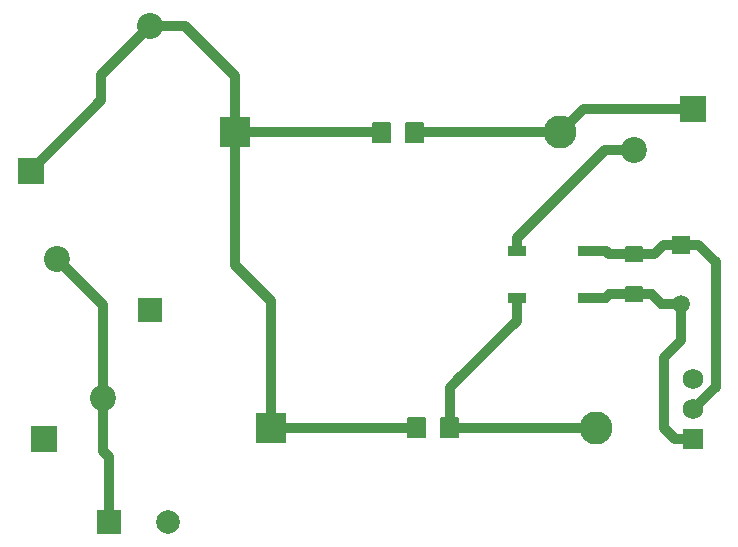
<source format=gbl>
G75*
G70*
%OFA0B0*%
%FSLAX24Y24*%
%IPPOS*%
%LPD*%
%AMOC8*
5,1,8,0,0,1.08239X$1,22.5*
%
%ADD10C,0.0063*%
%ADD11R,0.0984X0.0984*%
%ADD12C,0.1102*%
%ADD13C,0.0033*%
%ADD14C,0.0050*%
%ADD15C,0.0594*%
%ADD16R,0.0594X0.0594*%
%ADD17R,0.0689X0.0689*%
%ADD18C,0.0689*%
%ADD19R,0.0787X0.0787*%
%ADD20C,0.0866*%
%ADD21R,0.0866X0.0866*%
%ADD22C,0.0787*%
%ADD23C,0.0320*%
D10*
X036673Y026949D02*
X037241Y026949D01*
X036673Y026949D02*
X036673Y027595D01*
X037241Y027595D01*
X037241Y026949D01*
X037241Y027011D02*
X036673Y027011D01*
X036673Y027073D02*
X037241Y027073D01*
X037241Y027135D02*
X036673Y027135D01*
X036673Y027197D02*
X037241Y027197D01*
X037241Y027259D02*
X036673Y027259D01*
X036673Y027321D02*
X037241Y027321D01*
X037241Y027383D02*
X036673Y027383D01*
X036673Y027445D02*
X037241Y027445D01*
X037241Y027507D02*
X036673Y027507D01*
X036673Y027569D02*
X037241Y027569D01*
X037775Y026949D02*
X038343Y026949D01*
X037775Y026949D02*
X037775Y027595D01*
X038343Y027595D01*
X038343Y026949D01*
X038343Y027011D02*
X037775Y027011D01*
X037775Y027073D02*
X038343Y027073D01*
X038343Y027135D02*
X037775Y027135D01*
X037775Y027197D02*
X038343Y027197D01*
X038343Y027259D02*
X037775Y027259D01*
X037775Y027321D02*
X038343Y027321D01*
X038343Y027383D02*
X037775Y027383D01*
X037775Y027445D02*
X038343Y027445D01*
X038343Y027507D02*
X037775Y027507D01*
X037775Y027569D02*
X038343Y027569D01*
X037162Y036791D02*
X036594Y036791D01*
X036594Y037437D01*
X037162Y037437D01*
X037162Y036791D01*
X037162Y036853D02*
X036594Y036853D01*
X036594Y036915D02*
X037162Y036915D01*
X037162Y036977D02*
X036594Y036977D01*
X036594Y037039D02*
X037162Y037039D01*
X037162Y037101D02*
X036594Y037101D01*
X036594Y037163D02*
X037162Y037163D01*
X037162Y037225D02*
X036594Y037225D01*
X036594Y037287D02*
X037162Y037287D01*
X037162Y037349D02*
X036594Y037349D01*
X036594Y037411D02*
X037162Y037411D01*
X036060Y036791D02*
X035492Y036791D01*
X035492Y037437D01*
X036060Y037437D01*
X036060Y036791D01*
X036060Y036853D02*
X035492Y036853D01*
X035492Y036915D02*
X036060Y036915D01*
X036060Y036977D02*
X035492Y036977D01*
X035492Y037039D02*
X036060Y037039D01*
X036060Y037101D02*
X035492Y037101D01*
X035492Y037163D02*
X036060Y037163D01*
X036060Y037225D02*
X035492Y037225D01*
X035492Y037287D02*
X036060Y037287D01*
X036060Y037349D02*
X035492Y037349D01*
X035492Y037411D02*
X036060Y037411D01*
D11*
X030913Y037114D03*
X032094Y027272D03*
D12*
X042921Y027272D03*
X041740Y037114D03*
D13*
X042317Y033328D02*
X042895Y033328D01*
X042895Y033026D01*
X042317Y033026D01*
X042317Y033328D01*
X042317Y033058D02*
X042895Y033058D01*
X042895Y033090D02*
X042317Y033090D01*
X042317Y033122D02*
X042895Y033122D01*
X042895Y033154D02*
X042317Y033154D01*
X042317Y033186D02*
X042895Y033186D01*
X042895Y033218D02*
X042317Y033218D01*
X042317Y033250D02*
X042895Y033250D01*
X042895Y033282D02*
X042317Y033282D01*
X042317Y033314D02*
X042895Y033314D01*
X042895Y031753D02*
X042317Y031753D01*
X042895Y031753D02*
X042895Y031451D01*
X042317Y031451D01*
X042317Y031753D01*
X042317Y031483D02*
X042895Y031483D01*
X042895Y031515D02*
X042317Y031515D01*
X042317Y031547D02*
X042895Y031547D01*
X042895Y031579D02*
X042317Y031579D01*
X042317Y031611D02*
X042895Y031611D01*
X042895Y031643D02*
X042317Y031643D01*
X042317Y031675D02*
X042895Y031675D01*
X042895Y031707D02*
X042317Y031707D01*
X042317Y031739D02*
X042895Y031739D01*
X040572Y031753D02*
X039994Y031753D01*
X040572Y031753D02*
X040572Y031451D01*
X039994Y031451D01*
X039994Y031753D01*
X039994Y031483D02*
X040572Y031483D01*
X040572Y031515D02*
X039994Y031515D01*
X039994Y031547D02*
X040572Y031547D01*
X040572Y031579D02*
X039994Y031579D01*
X039994Y031611D02*
X040572Y031611D01*
X040572Y031643D02*
X039994Y031643D01*
X039994Y031675D02*
X040572Y031675D01*
X040572Y031707D02*
X039994Y031707D01*
X039994Y031739D02*
X040572Y031739D01*
X040572Y033328D02*
X039994Y033328D01*
X040572Y033328D02*
X040572Y033026D01*
X039994Y033026D01*
X039994Y033328D01*
X039994Y033058D02*
X040572Y033058D01*
X040572Y033090D02*
X039994Y033090D01*
X039994Y033122D02*
X040572Y033122D01*
X040572Y033154D02*
X039994Y033154D01*
X039994Y033186D02*
X040572Y033186D01*
X040572Y033218D02*
X039994Y033218D01*
X039994Y033250D02*
X040572Y033250D01*
X040572Y033282D02*
X039994Y033282D01*
X039994Y033314D02*
X040572Y033314D01*
D14*
X044465Y033278D02*
X044465Y032828D01*
X043937Y032828D01*
X043937Y033278D01*
X044465Y033278D01*
X044465Y032877D02*
X043937Y032877D01*
X043937Y032926D02*
X044465Y032926D01*
X044465Y032975D02*
X043937Y032975D01*
X043937Y033024D02*
X044465Y033024D01*
X044465Y033073D02*
X043937Y033073D01*
X043937Y033122D02*
X044465Y033122D01*
X044465Y033171D02*
X043937Y033171D01*
X043937Y033220D02*
X044465Y033220D01*
X044465Y033269D02*
X043937Y033269D01*
X044465Y031951D02*
X044465Y031501D01*
X043937Y031501D01*
X043937Y031951D01*
X044465Y031951D01*
X044465Y031550D02*
X043937Y031550D01*
X043937Y031599D02*
X044465Y031599D01*
X044465Y031648D02*
X043937Y031648D01*
X043937Y031697D02*
X044465Y031697D01*
X044465Y031746D02*
X043937Y031746D01*
X043937Y031795D02*
X044465Y031795D01*
X044465Y031844D02*
X043937Y031844D01*
X043937Y031893D02*
X044465Y031893D01*
X044465Y031942D02*
X043937Y031942D01*
D15*
X045776Y031406D03*
D16*
X045776Y033374D03*
D17*
X046169Y026878D03*
D18*
X046169Y027878D03*
X046169Y028878D03*
D19*
X026681Y024122D03*
X028059Y031209D03*
D20*
X024949Y032882D03*
X026484Y028256D03*
X028059Y040657D03*
X044201Y036524D03*
D21*
X046169Y037902D03*
X024516Y026878D03*
X024083Y035835D03*
D22*
X028650Y024122D03*
D23*
X026681Y024122D02*
X026681Y026287D01*
X026484Y026484D01*
X026484Y028256D01*
X026484Y031346D01*
X024949Y032882D01*
X024083Y035835D02*
X026445Y038197D01*
X026445Y039043D01*
X028059Y040657D01*
X029240Y040657D01*
X030913Y038984D01*
X030913Y037114D01*
X035776Y037114D01*
X035539Y037114D01*
X036878Y037114D02*
X041740Y037114D01*
X042528Y037902D01*
X043807Y037902D01*
X046169Y037902D01*
X044201Y036524D02*
X043217Y036524D01*
X042626Y035933D01*
X040283Y033591D01*
X040283Y033177D01*
X040283Y031602D02*
X040283Y030835D01*
X038295Y028846D01*
X038059Y028610D01*
X038059Y027272D01*
X042921Y027272D01*
X045185Y027272D02*
X045185Y029594D01*
X045776Y030185D01*
X045776Y031406D01*
X045106Y031406D01*
X044785Y031726D01*
X044201Y031726D01*
X043380Y031726D01*
X043374Y031720D01*
X043256Y031602D01*
X042606Y031602D01*
X042606Y033177D02*
X043256Y033177D01*
X043374Y033059D01*
X043380Y033053D01*
X044201Y033053D01*
X044864Y033053D01*
X044870Y033059D01*
X045185Y033374D01*
X045776Y033374D01*
X046327Y033374D01*
X046917Y032783D01*
X046917Y029870D01*
X046917Y028626D01*
X046169Y027878D01*
X046169Y026878D02*
X045579Y026878D01*
X045185Y027272D01*
X036957Y027272D02*
X032094Y027272D01*
X032094Y031504D01*
X031996Y031602D01*
X030913Y032685D01*
X030913Y037114D01*
M02*

</source>
